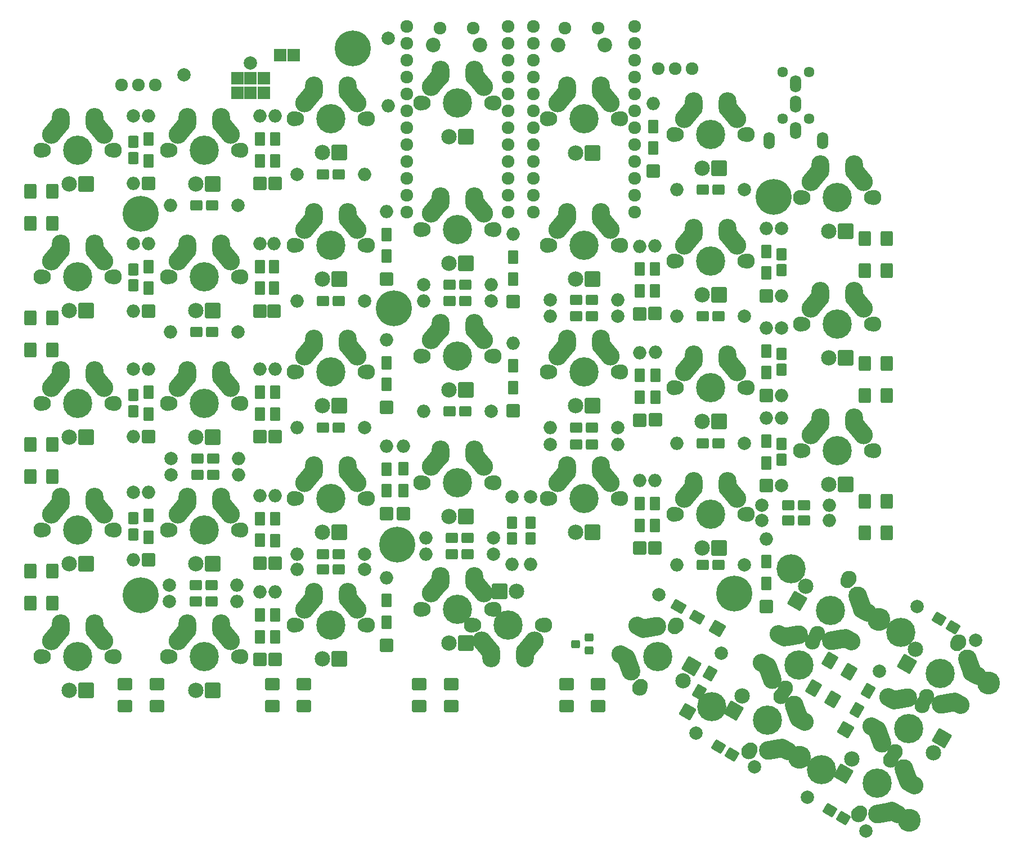
<source format=gbs>
G04 #@! TF.GenerationSoftware,KiCad,Pcbnew,(6.0.0)*
G04 #@! TF.CreationDate,2022-02-07T00:58:47-05:00*
G04 #@! TF.ProjectId,ergodash,6572676f-6461-4736-982e-6b696361645f,2.0*
G04 #@! TF.SameCoordinates,Original*
G04 #@! TF.FileFunction,Soldermask,Bot*
G04 #@! TF.FilePolarity,Negative*
%FSLAX46Y46*%
G04 Gerber Fmt 4.6, Leading zero omitted, Abs format (unit mm)*
G04 Created by KiCad (PCBNEW (6.0.0)) date 2022-02-07 00:58:47*
%MOMM*%
%LPD*%
G01*
G04 APERTURE LIST*
G04 Aperture macros list*
%AMRoundRect*
0 Rectangle with rounded corners*
0 $1 Rounding radius*
0 $2 $3 $4 $5 $6 $7 $8 $9 X,Y pos of 4 corners*
0 Add a 4 corners polygon primitive as box body*
4,1,4,$2,$3,$4,$5,$6,$7,$8,$9,$2,$3,0*
0 Add four circle primitives for the rounded corners*
1,1,$1+$1,$2,$3*
1,1,$1+$1,$4,$5*
1,1,$1+$1,$6,$7*
1,1,$1+$1,$8,$9*
0 Add four rect primitives between the rounded corners*
20,1,$1+$1,$2,$3,$4,$5,0*
20,1,$1+$1,$4,$5,$6,$7,0*
20,1,$1+$1,$6,$7,$8,$9,0*
20,1,$1+$1,$8,$9,$2,$3,0*%
%AMHorizOval*
0 Thick line with rounded ends*
0 $1 width*
0 $2 $3 position (X,Y) of the first rounded end (center of the circle)*
0 $4 $5 position (X,Y) of the second rounded end (center of the circle)*
0 Add line between two ends*
20,1,$1,$2,$3,$4,$5,0*
0 Add two circle primitives to create the rounded ends*
1,1,$1,$2,$3*
1,1,$1,$4,$5*%
G04 Aperture macros list end*
%ADD10C,2.000000*%
%ADD11HorizOval,2.000000X0.000000X0.000000X0.000000X0.000000X0*%
%ADD12O,2.000000X2.000000*%
%ADD13C,1.924000*%
%ADD14C,2.200000*%
%ADD15C,5.400000*%
%ADD16RoundRect,0.200000X-0.762000X-0.762000X0.762000X-0.762000X0.762000X0.762000X-0.762000X0.762000X0*%
%ADD17C,1.610000*%
%ADD18O,1.700000X2.600000*%
%ADD19RoundRect,0.200000X-0.600000X0.700000X-0.600000X-0.700000X0.600000X-0.700000X0.600000X0.700000X0*%
%ADD20RoundRect,0.200000X0.700000X0.600000X-0.700000X0.600000X-0.700000X-0.600000X0.700000X-0.600000X0*%
%ADD21RoundRect,0.200000X-0.700000X-0.600000X0.700000X-0.600000X0.700000X0.600000X-0.700000X0.600000X0*%
%ADD22RoundRect,0.200000X0.600000X-0.700000X0.600000X0.700000X-0.600000X0.700000X-0.600000X-0.700000X0*%
%ADD23RoundRect,0.200000X-0.906218X-0.169615X0.306218X-0.869615X0.906218X0.169615X-0.306218X0.869615X0*%
%ADD24HorizOval,2.000000X0.000000X0.000000X0.000000X0.000000X0*%
%ADD25RoundRect,0.200000X-0.952500X-0.952500X0.952500X-0.952500X0.952500X0.952500X-0.952500X0.952500X0*%
%ADD26C,2.305000*%
%ADD27RoundRect,0.200000X0.348639X-1.301139X1.301139X0.348639X-0.348639X1.301139X-1.301139X-0.348639X0*%
%ADD28RoundRect,0.200000X0.952500X0.952500X-0.952500X0.952500X-0.952500X-0.952500X0.952500X-0.952500X0*%
%ADD29RoundRect,0.200000X0.292820X-1.092820X1.092820X0.292820X-0.292820X1.092820X-1.092820X-0.292820X0*%
%ADD30RoundRect,0.200000X0.119615X-0.992820X0.919615X0.392820X-0.119615X0.992820X-0.919615X-0.392820X0*%
%ADD31HorizOval,2.000000X0.000000X0.000000X0.000000X0.000000X0*%
%ADD32RoundRect,0.200000X-0.450000X-0.400000X0.450000X-0.400000X0.450000X0.400000X-0.450000X0.400000X0*%
%ADD33C,2.300000*%
%ADD34C,4.400000*%
%ADD35C,2.100000*%
%ADD36HorizOval,2.800000X0.578509X0.689440X-0.578509X-0.689440X0*%
%ADD37O,2.700000X3.737000*%
%ADD38HorizOval,2.800000X0.578509X-0.689440X-0.578509X0.689440X0*%
%ADD39HorizOval,2.800000X0.307818X-0.845723X-0.307818X0.845723X0*%
%ADD40HorizOval,2.700000X-0.449034X0.259250X0.449034X-0.259250X0*%
%ADD41HorizOval,2.800000X-0.886327X-0.156283X0.886327X0.156283X0*%
%ADD42HorizOval,2.800000X-0.307818X0.845723X0.307818X-0.845723X0*%
%ADD43HorizOval,2.800000X0.886327X0.156283X-0.886327X-0.156283X0*%
%ADD44HorizOval,2.800000X-0.578509X-0.689440X0.578509X0.689440X0*%
%ADD45HorizOval,2.800000X-0.578509X0.689440X0.578509X-0.689440X0*%
%ADD46RoundRect,0.200000X-0.348639X1.301139X-1.301139X-0.348639X0.348639X-1.301139X1.301139X0.348639X0*%
%ADD47RoundRect,0.200000X0.906218X0.169615X-0.306218X0.869615X-0.906218X-0.169615X0.306218X-0.869615X0*%
%ADD48HorizOval,2.000000X0.000000X0.000000X0.000000X0.000000X0*%
%ADD49RoundRect,0.200000X0.600000X-0.800000X0.600000X0.800000X-0.600000X0.800000X-0.600000X-0.800000X0*%
%ADD50RoundRect,0.200000X0.800000X-0.800000X0.800000X0.800000X-0.800000X0.800000X-0.800000X-0.800000X0*%
%ADD51RoundRect,0.200000X0.992820X0.119615X-0.392820X0.919615X-0.992820X-0.119615X0.392820X-0.919615X0*%
%ADD52RoundRect,0.200000X1.092820X0.292820X-0.292820X1.092820X-1.092820X-0.292820X0.292820X-1.092820X0*%
%ADD53C,3.448000*%
%ADD54C,4.387800*%
%ADD55RoundRect,0.200000X-0.700000X-0.900000X0.700000X-0.900000X0.700000X0.900000X-0.700000X0.900000X0*%
%ADD56RoundRect,0.200000X0.900000X-0.700000X0.900000X0.700000X-0.900000X0.700000X-0.900000X-0.700000X0*%
%ADD57RoundRect,0.200000X1.056218X0.429423X-0.156218X1.129423X-1.056218X-0.429423X0.156218X-1.129423X0*%
%ADD58RoundRect,0.200000X0.700000X0.900000X-0.700000X0.900000X-0.700000X-0.900000X0.700000X-0.900000X0*%
G04 APERTURE END LIST*
D10*
X102997000Y-46609000D03*
D11*
X113002647Y-44844735D03*
D10*
X133731000Y-41148000D03*
D12*
X133731000Y-51308000D03*
D13*
X160314000Y-39624000D03*
X165314000Y-39624000D03*
D14*
X159314000Y-42124000D03*
X166314000Y-42124000D03*
D15*
X134620000Y-81788000D03*
X191770000Y-65024000D03*
X185801000Y-124714000D03*
X96520000Y-67564000D03*
X96520000Y-124968000D03*
D16*
X117491000Y-43688000D03*
X119491000Y-43688000D03*
D17*
X197072000Y-53204000D03*
X193072000Y-53204000D03*
X193072000Y-46204000D03*
X197072000Y-46204000D03*
D18*
X195072000Y-55004000D03*
X195072000Y-48004000D03*
X195072000Y-51004000D03*
X191072000Y-56504000D03*
X199072000Y-56504000D03*
D13*
X93639000Y-48133000D03*
X96139000Y-48133000D03*
X98639000Y-48133000D03*
X174411000Y-45720000D03*
X176911000Y-45720000D03*
X179411000Y-45720000D03*
D15*
X135128000Y-117348000D03*
D10*
X95377000Y-52832000D03*
D19*
X95377000Y-56732000D03*
D12*
X95377000Y-62992000D03*
D19*
X95377000Y-59132000D03*
D10*
X111125000Y-66294000D03*
D20*
X107225000Y-66294000D03*
D12*
X100965000Y-66294000D03*
D20*
X104825000Y-66294000D03*
D10*
X120015000Y-61595000D03*
D21*
X123915000Y-61595000D03*
X126315000Y-61595000D03*
D12*
X130175000Y-61595000D03*
D21*
X142965000Y-78232000D03*
D10*
X139065000Y-78232000D03*
D21*
X145365000Y-78232000D03*
D12*
X149225000Y-78232000D03*
D21*
X162015000Y-80518000D03*
D10*
X158115000Y-80518000D03*
D12*
X168275000Y-80518000D03*
D21*
X164415000Y-80518000D03*
D20*
X183425000Y-63881000D03*
D10*
X187325000Y-63881000D03*
D20*
X181025000Y-63881000D03*
D12*
X177165000Y-63881000D03*
D19*
X192913000Y-73623000D03*
D10*
X192913000Y-69723000D03*
D12*
X192913000Y-79883000D03*
D19*
X192913000Y-76023000D03*
D10*
X95377000Y-72009000D03*
D19*
X95377000Y-75909000D03*
D12*
X95377000Y-82169000D03*
D19*
X95377000Y-78309000D03*
D20*
X107225000Y-85344000D03*
D10*
X111125000Y-85344000D03*
D12*
X100965000Y-85344000D03*
D20*
X104825000Y-85344000D03*
X126275000Y-80645000D03*
D10*
X130175000Y-80645000D03*
D12*
X120015000Y-80645000D03*
D20*
X123875000Y-80645000D03*
X145325000Y-80645000D03*
D10*
X149225000Y-80645000D03*
D12*
X139065000Y-80645000D03*
D20*
X142925000Y-80645000D03*
X164375000Y-82931000D03*
D10*
X168275000Y-82931000D03*
D20*
X161975000Y-82931000D03*
D12*
X158115000Y-82931000D03*
D20*
X183425000Y-82931000D03*
D10*
X187325000Y-82931000D03*
D12*
X177165000Y-82931000D03*
D20*
X181025000Y-82931000D03*
D19*
X192913000Y-88609000D03*
D10*
X192913000Y-84709000D03*
D12*
X192913000Y-94869000D03*
D19*
X192913000Y-91009000D03*
D10*
X95377000Y-90932000D03*
D19*
X95377000Y-94832000D03*
D12*
X95377000Y-101092000D03*
D19*
X95377000Y-97232000D03*
D10*
X101092000Y-104394000D03*
D21*
X104992000Y-104394000D03*
X107392000Y-104394000D03*
D12*
X111252000Y-104394000D03*
D20*
X126275000Y-99695000D03*
D10*
X130175000Y-99695000D03*
D20*
X123875000Y-99695000D03*
D12*
X120015000Y-99695000D03*
D10*
X149225000Y-97282000D03*
D20*
X145325000Y-97282000D03*
D12*
X139065000Y-97282000D03*
D20*
X142925000Y-97282000D03*
D10*
X168275000Y-99695000D03*
D20*
X164375000Y-99695000D03*
X161975000Y-99695000D03*
D12*
X158115000Y-99695000D03*
D20*
X183425000Y-102108000D03*
D10*
X187325000Y-102108000D03*
D12*
X177165000Y-102108000D03*
D20*
X181025000Y-102108000D03*
D10*
X192913000Y-108458000D03*
D22*
X192913000Y-104558000D03*
D12*
X192913000Y-98298000D03*
D22*
X192913000Y-102158000D03*
D21*
X104992000Y-106807000D03*
D10*
X101092000Y-106807000D03*
D21*
X107392000Y-106807000D03*
D12*
X111252000Y-106807000D03*
D19*
X95377000Y-113374000D03*
D10*
X95377000Y-109474000D03*
D19*
X95377000Y-115774000D03*
D12*
X95377000Y-119634000D03*
D20*
X126275000Y-118745000D03*
D10*
X130175000Y-118745000D03*
D20*
X123875000Y-118745000D03*
D12*
X120015000Y-118745000D03*
D10*
X149606000Y-116332000D03*
D20*
X145706000Y-116332000D03*
D12*
X139446000Y-116332000D03*
D20*
X143306000Y-116332000D03*
D10*
X187325000Y-120396000D03*
D20*
X183425000Y-120396000D03*
D12*
X177165000Y-120396000D03*
D20*
X181025000Y-120396000D03*
D10*
X180019212Y-145722000D03*
D23*
X183396711Y-147672000D03*
D24*
X188818030Y-150802000D03*
D23*
X185475172Y-148872000D03*
D21*
X104738000Y-123444000D03*
D10*
X100838000Y-123444000D03*
D12*
X110998000Y-123444000D03*
D21*
X107138000Y-123444000D03*
D10*
X100838000Y-125857000D03*
D21*
X104738000Y-125857000D03*
X107138000Y-125857000D03*
D12*
X110998000Y-125857000D03*
D20*
X126275000Y-121031000D03*
D10*
X130175000Y-121031000D03*
D12*
X120015000Y-121031000D03*
D20*
X123875000Y-121031000D03*
D10*
X149606000Y-118745000D03*
D20*
X145706000Y-118745000D03*
X143306000Y-118745000D03*
D12*
X139446000Y-118745000D03*
D15*
X128397000Y-42672000D03*
D25*
X88265000Y-63055500D03*
D26*
X85725000Y-63055500D03*
D25*
X107315000Y-63055500D03*
D26*
X104775000Y-63055500D03*
D25*
X126365000Y-58293000D03*
D26*
X123825000Y-58293000D03*
D25*
X145415000Y-55911750D03*
D26*
X142875000Y-55911750D03*
D25*
X164465000Y-58420000D03*
D26*
X161925000Y-58420000D03*
D25*
X183515000Y-60674250D03*
D26*
X180975000Y-60674250D03*
D25*
X202565000Y-70199250D03*
D26*
X200025000Y-70199250D03*
D25*
X88265000Y-82105500D03*
D26*
X85725000Y-82105500D03*
D25*
X107315000Y-82105500D03*
D26*
X104775000Y-82105500D03*
D25*
X126365000Y-77343000D03*
D26*
X123825000Y-77343000D03*
D25*
X145415000Y-74961750D03*
D26*
X142875000Y-74961750D03*
D25*
X164465000Y-77343000D03*
D26*
X161925000Y-77343000D03*
D25*
X183515000Y-79724250D03*
D26*
X180975000Y-79724250D03*
D25*
X202565000Y-89249250D03*
D26*
X200025000Y-89249250D03*
D25*
X88265000Y-101155500D03*
D26*
X85725000Y-101155500D03*
D25*
X107315000Y-101155500D03*
D26*
X104775000Y-101155500D03*
D25*
X126365000Y-96393000D03*
D26*
X123825000Y-96393000D03*
D25*
X145415000Y-94011750D03*
D26*
X142875000Y-94011750D03*
D25*
X164465000Y-96393000D03*
D26*
X161925000Y-96393000D03*
D25*
X183515000Y-98774250D03*
D26*
X180975000Y-98774250D03*
D25*
X202565000Y-108299250D03*
D26*
X200025000Y-108299250D03*
D25*
X88265000Y-120205500D03*
D26*
X85725000Y-120205500D03*
D25*
X107315000Y-120205500D03*
D26*
X104775000Y-120205500D03*
D25*
X126365000Y-115443000D03*
D26*
X123825000Y-115443000D03*
D25*
X145415000Y-113061750D03*
D26*
X142875000Y-113061750D03*
D25*
X164465000Y-115443000D03*
D26*
X161925000Y-115443000D03*
D25*
X183515000Y-117824250D03*
D26*
X180975000Y-117824250D03*
D27*
X179326409Y-135615398D03*
D26*
X178056409Y-137815102D03*
D25*
X88265000Y-139255500D03*
D26*
X85725000Y-139255500D03*
D25*
X107315000Y-139255500D03*
D26*
X104775000Y-139255500D03*
D25*
X126365000Y-134493000D03*
D26*
X123825000Y-134493000D03*
D25*
X145415000Y-132111750D03*
D26*
X142875000Y-132111750D03*
D13*
X136525000Y-39370000D03*
X136525000Y-41910000D03*
X136525000Y-44450000D03*
X136525000Y-46990000D03*
X136525000Y-49530000D03*
X136525000Y-52070000D03*
X136525000Y-54610000D03*
X136525000Y-57150000D03*
X136525000Y-59690000D03*
X136525000Y-62230000D03*
X136525000Y-64770000D03*
X136525000Y-67310000D03*
X151765000Y-67310000D03*
X151765000Y-64770000D03*
X151765000Y-62230000D03*
X151765000Y-59690000D03*
X151765000Y-57150000D03*
X151765000Y-54610000D03*
X151765000Y-52070000D03*
X151765000Y-49530000D03*
X151765000Y-46990000D03*
X151765000Y-44450000D03*
X151765000Y-41910000D03*
X151765000Y-39370000D03*
D28*
X150495000Y-124333000D03*
D26*
X153035000Y-124333000D03*
D29*
X202565000Y-145161000D03*
D30*
X204290000Y-142173212D03*
X205920000Y-139349970D03*
D31*
X207645000Y-136362182D03*
D32*
X163957000Y-131323000D03*
X163957000Y-133223000D03*
X161957000Y-132273000D03*
D33*
X111545000Y-57975500D03*
D34*
X106045000Y-57975500D03*
D35*
X111125000Y-57975500D03*
X100965000Y-57975500D03*
D33*
X100545000Y-57975500D03*
D36*
X102684951Y-54899269D03*
D37*
X103525000Y-53475500D03*
D38*
X109405049Y-54899269D03*
D37*
X108565000Y-53475500D03*
D33*
X111545000Y-77025500D03*
X100545000Y-77025500D03*
D35*
X100965000Y-77025500D03*
D34*
X106045000Y-77025500D03*
D35*
X111125000Y-77025500D03*
D36*
X102684951Y-73949269D03*
D37*
X103525000Y-72525500D03*
D38*
X109405049Y-73949269D03*
D37*
X108565000Y-72525500D03*
D33*
X111545000Y-96075500D03*
X100545000Y-96075500D03*
D34*
X106045000Y-96075500D03*
D35*
X111125000Y-96075500D03*
X100965000Y-96075500D03*
D36*
X102684951Y-92999269D03*
D37*
X103525000Y-91575500D03*
D38*
X109405049Y-92999269D03*
D37*
X108565000Y-91575500D03*
D35*
X111125000Y-115125500D03*
D33*
X111545000Y-115125500D03*
X100545000Y-115125500D03*
D34*
X106045000Y-115125500D03*
D35*
X100965000Y-115125500D03*
D37*
X103525000Y-110625500D03*
D36*
X102684951Y-112049269D03*
D38*
X109405049Y-112049269D03*
D37*
X108565000Y-110625500D03*
D33*
X119595000Y-110363000D03*
D34*
X125095000Y-110363000D03*
D35*
X130175000Y-110363000D03*
X120015000Y-110363000D03*
D33*
X130595000Y-110363000D03*
D36*
X121734951Y-107286769D03*
D37*
X122575000Y-105863000D03*
X127615000Y-105863000D03*
D38*
X128455049Y-107286769D03*
D33*
X149645000Y-50831750D03*
X138645000Y-50831750D03*
D35*
X139065000Y-50831750D03*
X149225000Y-50831750D03*
D34*
X144145000Y-50831750D03*
D37*
X141625000Y-46331750D03*
D36*
X140784951Y-47755519D03*
D37*
X146665000Y-46331750D03*
D38*
X147505049Y-47755519D03*
D34*
X144145000Y-69881750D03*
D35*
X139065000Y-69881750D03*
X149225000Y-69881750D03*
D33*
X149645000Y-69881750D03*
X138645000Y-69881750D03*
D36*
X140784951Y-66805519D03*
D37*
X141625000Y-65381750D03*
X146665000Y-65381750D03*
D38*
X147505049Y-66805519D03*
D35*
X149225000Y-88931750D03*
D34*
X144145000Y-88931750D03*
D33*
X138645000Y-88931750D03*
X149645000Y-88931750D03*
D35*
X139065000Y-88931750D03*
D36*
X140784951Y-85855519D03*
D37*
X141625000Y-84431750D03*
X146665000Y-84431750D03*
D38*
X147505049Y-85855519D03*
D34*
X144145000Y-107981750D03*
D33*
X149645000Y-107981750D03*
D35*
X139065000Y-107981750D03*
X149225000Y-107981750D03*
D33*
X138645000Y-107981750D03*
D36*
X140784951Y-104905519D03*
D37*
X141625000Y-103481750D03*
X146665000Y-103481750D03*
D38*
X147505049Y-104905519D03*
D35*
X168275000Y-53213000D03*
D33*
X168695000Y-53213000D03*
D34*
X163195000Y-53213000D03*
D35*
X158115000Y-53213000D03*
D33*
X157695000Y-53213000D03*
D36*
X159834951Y-50136769D03*
D37*
X160675000Y-48713000D03*
D38*
X166555049Y-50136769D03*
D37*
X165715000Y-48713000D03*
D34*
X163195000Y-72263000D03*
D35*
X158115000Y-72263000D03*
D33*
X168695000Y-72263000D03*
X157695000Y-72263000D03*
D35*
X168275000Y-72263000D03*
D37*
X160675000Y-67763000D03*
D36*
X159834951Y-69186769D03*
D37*
X165715000Y-67763000D03*
D38*
X166555049Y-69186769D03*
D35*
X168275000Y-91313000D03*
D34*
X163195000Y-91313000D03*
D33*
X168695000Y-91313000D03*
D35*
X158115000Y-91313000D03*
D33*
X157695000Y-91313000D03*
D36*
X159834951Y-88236769D03*
D37*
X160675000Y-86813000D03*
D38*
X166555049Y-88236769D03*
D37*
X165715000Y-86813000D03*
D34*
X163195000Y-110363000D03*
D33*
X168695000Y-110363000D03*
D35*
X158115000Y-110363000D03*
D33*
X157695000Y-110363000D03*
D35*
X168275000Y-110363000D03*
D36*
X159834951Y-107286769D03*
D37*
X160675000Y-105863000D03*
D38*
X166555049Y-107286769D03*
D37*
X165715000Y-105863000D03*
D35*
X187325000Y-55594250D03*
D34*
X182245000Y-55594250D03*
D35*
X177165000Y-55594250D03*
D33*
X187745000Y-55594250D03*
X176745000Y-55594250D03*
D37*
X179725000Y-51094250D03*
D36*
X178884951Y-52518019D03*
D38*
X185605049Y-52518019D03*
D37*
X184765000Y-51094250D03*
D35*
X206375000Y-65119250D03*
D33*
X206795000Y-65119250D03*
X195795000Y-65119250D03*
D34*
X201295000Y-65119250D03*
D35*
X196215000Y-65119250D03*
D36*
X197934951Y-62043019D03*
D37*
X198775000Y-60619250D03*
D38*
X204655049Y-62043019D03*
D37*
X203815000Y-60619250D03*
D35*
X206375000Y-84169250D03*
D33*
X206795000Y-84169250D03*
X195795000Y-84169250D03*
D35*
X196215000Y-84169250D03*
D34*
X201295000Y-84169250D03*
D36*
X197934951Y-81093019D03*
D37*
X198775000Y-79669250D03*
X203815000Y-79669250D03*
D38*
X204655049Y-81093019D03*
D33*
X195795000Y-103219250D03*
D35*
X206375000Y-103219250D03*
D34*
X201295000Y-103219250D03*
D33*
X206795000Y-103219250D03*
D35*
X196215000Y-103219250D03*
D37*
X198775000Y-98719250D03*
D36*
X197934951Y-100143019D03*
D38*
X204655049Y-100143019D03*
D37*
X203815000Y-98719250D03*
D35*
X202855000Y-122802891D03*
D33*
X203065000Y-122439160D03*
X197565000Y-131965440D03*
D34*
X200315000Y-127202300D03*
D35*
X197775000Y-131601709D03*
D39*
X204659119Y-125830528D03*
D40*
X205472114Y-127269916D03*
D41*
X201299070Y-131650303D03*
D40*
X202952114Y-131634684D03*
D35*
X100965000Y-134175500D03*
D33*
X100545000Y-134175500D03*
D34*
X106045000Y-134175500D03*
D33*
X111545000Y-134175500D03*
D35*
X111125000Y-134175500D03*
D37*
X103525000Y-129675500D03*
D36*
X102684951Y-131099269D03*
D37*
X108565000Y-129675500D03*
D38*
X109405049Y-131099269D03*
D35*
X176832000Y-129775841D03*
X171752000Y-138574659D03*
D33*
X171542000Y-138938390D03*
X177042000Y-129412110D03*
D34*
X174292000Y-134175250D03*
D42*
X169947881Y-135547022D03*
D40*
X169134886Y-134107634D03*
D43*
X173307930Y-129727247D03*
D40*
X171654886Y-129742866D03*
D33*
X188040000Y-148463440D03*
D35*
X193330000Y-139300891D03*
X188250000Y-148099709D03*
D34*
X190790000Y-143700300D03*
D33*
X193540000Y-138937160D03*
D40*
X195947114Y-143767916D03*
D39*
X195134119Y-142328528D03*
D41*
X191774070Y-148148303D03*
D40*
X193427114Y-148132684D03*
D33*
X198302500Y-130688110D03*
D35*
X198092500Y-131051841D03*
D33*
X192802500Y-140214390D03*
D35*
X193012500Y-139850659D03*
D34*
X195552500Y-135451250D03*
D42*
X191208381Y-136823022D03*
D40*
X190395386Y-135383634D03*
D43*
X194568430Y-131003247D03*
D40*
X192915386Y-131018866D03*
D33*
X146265000Y-129413000D03*
D35*
X156845000Y-129413000D03*
D33*
X157265000Y-129413000D03*
D35*
X146685000Y-129413000D03*
D34*
X151765000Y-129413000D03*
D37*
X154285000Y-133913000D03*
D44*
X155125049Y-132489231D03*
D45*
X148404951Y-132489231D03*
D37*
X149245000Y-133913000D03*
D35*
X214273000Y-141126759D03*
D33*
X214063000Y-141490490D03*
D35*
X219353000Y-132327941D03*
D34*
X216813000Y-136727350D03*
D33*
X219563000Y-131964210D03*
D40*
X221970114Y-136794966D03*
D39*
X221157119Y-135355578D03*
D40*
X219450114Y-141159734D03*
D41*
X217797070Y-141175353D03*
D33*
X209300500Y-149739440D03*
D35*
X209510500Y-149375709D03*
X214590500Y-140576891D03*
D33*
X214800500Y-140213160D03*
D34*
X212050500Y-144976300D03*
D42*
X207706381Y-146348072D03*
D40*
X206893386Y-144908684D03*
X209413386Y-140543916D03*
D43*
X211066430Y-140528297D03*
D34*
X207288000Y-153225350D03*
D33*
X210038000Y-148462210D03*
D35*
X204748000Y-157624759D03*
D33*
X204538000Y-157988490D03*
D35*
X209828000Y-148825941D03*
D39*
X211632119Y-151853578D03*
D40*
X212445114Y-153292966D03*
X209925114Y-157657734D03*
D41*
X208272070Y-157673353D03*
D46*
X195280591Y-125762152D03*
D26*
X196550591Y-123562448D03*
D46*
X211778591Y-135287202D03*
D26*
X213048591Y-133087498D03*
D46*
X185755591Y-142260152D03*
D26*
X187025591Y-140060448D03*
D46*
X202253591Y-151785202D03*
D26*
X203523591Y-149585498D03*
D10*
X189992000Y-111379000D03*
D21*
X193892000Y-111379000D03*
D12*
X200152000Y-111379000D03*
D21*
X196292000Y-111379000D03*
D10*
X189992000Y-113665000D03*
D21*
X193892000Y-113665000D03*
D12*
X200152000Y-113665000D03*
D21*
X196292000Y-113665000D03*
D47*
X202235501Y-158451000D03*
D10*
X205613000Y-160401000D03*
D48*
X196814182Y-155321000D03*
D47*
X200157040Y-157251000D03*
D27*
X217084909Y-146416448D03*
D26*
X215814909Y-148616152D03*
D49*
X97663000Y-59542000D03*
D50*
X97663000Y-62992000D03*
D12*
X97663000Y-52832000D03*
D49*
X97663000Y-56282000D03*
X97663000Y-78719000D03*
D50*
X97663000Y-82169000D03*
D12*
X97663000Y-72009000D03*
D49*
X97663000Y-75459000D03*
D50*
X97663000Y-101092000D03*
D49*
X97663000Y-97642000D03*
D12*
X97663000Y-90932000D03*
D49*
X97663000Y-94382000D03*
X114427000Y-116671000D03*
D50*
X114427000Y-120121000D03*
D49*
X114427000Y-113411000D03*
D12*
X114427000Y-109961000D03*
D49*
X114427000Y-59542000D03*
D50*
X114427000Y-62992000D03*
D49*
X114427000Y-56282000D03*
D12*
X114427000Y-52832000D03*
D50*
X114427000Y-82169000D03*
D49*
X114427000Y-78719000D03*
X114427000Y-75459000D03*
D12*
X114427000Y-72009000D03*
D50*
X114427000Y-101092000D03*
D49*
X114427000Y-97642000D03*
X114427000Y-94382000D03*
D12*
X114427000Y-90932000D03*
D49*
X116713000Y-116692000D03*
D50*
X116713000Y-120142000D03*
D49*
X116713000Y-113432000D03*
D12*
X116713000Y-109982000D03*
D49*
X116713000Y-59542000D03*
D50*
X116713000Y-62992000D03*
D12*
X116713000Y-52832000D03*
D49*
X116713000Y-56282000D03*
D50*
X116586000Y-82169000D03*
D49*
X116586000Y-78719000D03*
D12*
X116586000Y-72009000D03*
D49*
X116586000Y-75459000D03*
D50*
X116713000Y-101092000D03*
D49*
X116713000Y-97642000D03*
X116713000Y-94382000D03*
D12*
X116713000Y-90932000D03*
D49*
X133477000Y-109199000D03*
D50*
X133477000Y-112649000D03*
D49*
X133477000Y-105939000D03*
D12*
X133477000Y-102489000D03*
D49*
X133477000Y-73893000D03*
D50*
X133477000Y-77343000D03*
D49*
X133477000Y-70633000D03*
D12*
X133477000Y-67183000D03*
D50*
X152527000Y-80772000D03*
D49*
X152527000Y-77322000D03*
X152527000Y-74062000D03*
D12*
X152527000Y-70612000D03*
D50*
X136017000Y-112628000D03*
D49*
X136017000Y-109178000D03*
X136017000Y-105918000D03*
D12*
X136017000Y-102468000D03*
D49*
X173609000Y-57637000D03*
D50*
X173609000Y-61087000D03*
D12*
X173609000Y-50927000D03*
D49*
X173609000Y-54377000D03*
X152527000Y-93684000D03*
D50*
X152527000Y-97134000D03*
D49*
X152527000Y-90424000D03*
D12*
X152527000Y-86974000D03*
D49*
X171577000Y-114406000D03*
D50*
X171577000Y-117856000D03*
D12*
X171577000Y-107696000D03*
D49*
X171577000Y-111146000D03*
X173863000Y-79100000D03*
D50*
X173863000Y-82550000D03*
D49*
X173863000Y-75840000D03*
D12*
X173863000Y-72390000D03*
D49*
X171577000Y-79121000D03*
D50*
X171577000Y-82571000D03*
D49*
X171577000Y-75861000D03*
D12*
X171577000Y-72411000D03*
D49*
X173990000Y-95102000D03*
D50*
X173990000Y-98552000D03*
D12*
X173990000Y-88392000D03*
D49*
X173990000Y-91842000D03*
X173863000Y-114406000D03*
D50*
X173863000Y-117856000D03*
D12*
X173863000Y-107696000D03*
D49*
X173863000Y-111146000D03*
D50*
X190627000Y-79883000D03*
D49*
X190627000Y-76433000D03*
D12*
X190627000Y-69723000D03*
D49*
X190627000Y-73173000D03*
D50*
X190627000Y-94869000D03*
D49*
X190627000Y-91419000D03*
D12*
X190627000Y-84709000D03*
D49*
X190627000Y-88159000D03*
D50*
X190627000Y-108458000D03*
D49*
X190627000Y-105008000D03*
D12*
X190627000Y-98298000D03*
D49*
X190627000Y-101748000D03*
X190627000Y-123148000D03*
D50*
X190627000Y-126598000D03*
D12*
X190627000Y-116438000D03*
D49*
X190627000Y-119888000D03*
D50*
X97663000Y-119634000D03*
D49*
X97663000Y-116184000D03*
X97663000Y-112924000D03*
D12*
X97663000Y-109474000D03*
D50*
X114427000Y-134620000D03*
D49*
X114427000Y-131170000D03*
D12*
X114427000Y-124460000D03*
D49*
X114427000Y-127910000D03*
X116713000Y-131170000D03*
D50*
X116713000Y-134620000D03*
D49*
X116713000Y-127910000D03*
D12*
X116713000Y-124460000D03*
D51*
X180242242Y-128249000D03*
D52*
X183230030Y-129974000D03*
D51*
X177419000Y-126619000D03*
D48*
X174431212Y-124894000D03*
D29*
X178816000Y-142494000D03*
D30*
X180541000Y-139506212D03*
D31*
X183896000Y-133695182D03*
D30*
X182171000Y-136682970D03*
D10*
X158115000Y-102235000D03*
D21*
X162015000Y-102235000D03*
X164415000Y-102235000D03*
D12*
X168275000Y-102235000D03*
D19*
X152400000Y-113988000D03*
D10*
X152400000Y-110088000D03*
D19*
X152400000Y-116388000D03*
D12*
X152400000Y-120248000D03*
D16*
X111030000Y-47159000D03*
X113030000Y-47159000D03*
X115030000Y-47159000D03*
X111030000Y-49318000D03*
X113030000Y-49318000D03*
X115030000Y-49318000D03*
D53*
X195632687Y-149282361D03*
D54*
X182434460Y-141662361D03*
D53*
X207570687Y-128605139D03*
D54*
X194372460Y-120985139D03*
X198932460Y-151187411D03*
D53*
X212130687Y-158807411D03*
X224068687Y-138130189D03*
D54*
X210870460Y-130510189D03*
D49*
X133477000Y-128990000D03*
D50*
X133477000Y-132440000D03*
D49*
X133477000Y-125730000D03*
D12*
X133477000Y-122280000D03*
D47*
X218740461Y-129724000D03*
D10*
X222117960Y-131674000D03*
D48*
X213319142Y-126594000D03*
D47*
X216662000Y-128524000D03*
D49*
X133477000Y-93218000D03*
D50*
X133477000Y-96668000D03*
D49*
X133477000Y-89958000D03*
D12*
X133477000Y-86508000D03*
D49*
X171577000Y-95123000D03*
D50*
X171577000Y-98573000D03*
D49*
X171577000Y-91863000D03*
D12*
X171577000Y-88413000D03*
D10*
X155194000Y-110109000D03*
D19*
X155194000Y-114009000D03*
X155194000Y-116409000D03*
D12*
X155194000Y-120269000D03*
D13*
X146518000Y-39624000D03*
X141518000Y-39624000D03*
D14*
X147518000Y-42124000D03*
X140518000Y-42124000D03*
D13*
X170815000Y-39370000D03*
X170815000Y-41910000D03*
X170815000Y-44450000D03*
X170815000Y-46990000D03*
X170815000Y-49530000D03*
X170815000Y-52070000D03*
X170815000Y-54610000D03*
X170815000Y-57150000D03*
X170815000Y-59690000D03*
X170815000Y-62230000D03*
X170815000Y-64770000D03*
X170815000Y-67310000D03*
X155575000Y-67310000D03*
X155575000Y-64770000D03*
X155575000Y-62230000D03*
X155575000Y-59690000D03*
X155575000Y-57150000D03*
X155575000Y-54610000D03*
X155575000Y-52070000D03*
X155575000Y-49530000D03*
X155575000Y-46990000D03*
X155575000Y-44450000D03*
X155575000Y-41910000D03*
X155575000Y-39370000D03*
D33*
X92495000Y-57975500D03*
D35*
X81915000Y-57975500D03*
D33*
X81495000Y-57975500D03*
D35*
X92075000Y-57975500D03*
D34*
X86995000Y-57975500D03*
D37*
X89515000Y-53475500D03*
D45*
X90355049Y-54899269D03*
D44*
X83634951Y-54899269D03*
D37*
X84475000Y-53475500D03*
D34*
X86995000Y-77025500D03*
D33*
X92495000Y-77025500D03*
D35*
X81915000Y-77025500D03*
D33*
X81495000Y-77025500D03*
D35*
X92075000Y-77025500D03*
D37*
X89515000Y-72525500D03*
D45*
X90355049Y-73949269D03*
D37*
X84475000Y-72525500D03*
D44*
X83634951Y-73949269D03*
D35*
X81915000Y-96075500D03*
D33*
X92495000Y-96075500D03*
X81495000Y-96075500D03*
D34*
X86995000Y-96075500D03*
D35*
X92075000Y-96075500D03*
D45*
X90355049Y-92999269D03*
D37*
X89515000Y-91575500D03*
X84475000Y-91575500D03*
D44*
X83634951Y-92999269D03*
D35*
X81915000Y-115125500D03*
X92075000Y-115125500D03*
D33*
X92495000Y-115125500D03*
D34*
X86995000Y-115125500D03*
D33*
X81495000Y-115125500D03*
D37*
X89515000Y-110625500D03*
D45*
X90355049Y-112049269D03*
D44*
X83634951Y-112049269D03*
D37*
X84475000Y-110625500D03*
D33*
X130595000Y-53213000D03*
X119595000Y-53213000D03*
D35*
X120015000Y-53213000D03*
D34*
X125095000Y-53213000D03*
D35*
X130175000Y-53213000D03*
D37*
X127615000Y-48713000D03*
D45*
X128455049Y-50136769D03*
D44*
X121734951Y-50136769D03*
D37*
X122575000Y-48713000D03*
D33*
X130595000Y-72263000D03*
D35*
X130175000Y-72263000D03*
X120015000Y-72263000D03*
D34*
X125095000Y-72263000D03*
D33*
X119595000Y-72263000D03*
D37*
X127615000Y-67763000D03*
D45*
X128455049Y-69186769D03*
D37*
X122575000Y-67763000D03*
D44*
X121734951Y-69186769D03*
D34*
X125095000Y-91313000D03*
D35*
X120015000Y-91313000D03*
D33*
X119595000Y-91313000D03*
D35*
X130175000Y-91313000D03*
D33*
X130595000Y-91313000D03*
D45*
X128455049Y-88236769D03*
D37*
X127615000Y-86813000D03*
D44*
X121734951Y-88236769D03*
D37*
X122575000Y-86813000D03*
D35*
X187325000Y-74644250D03*
X177165000Y-74644250D03*
D33*
X187745000Y-74644250D03*
D34*
X182245000Y-74644250D03*
D33*
X176745000Y-74644250D03*
D37*
X184765000Y-70144250D03*
D45*
X185605049Y-71568019D03*
D37*
X179725000Y-70144250D03*
D44*
X178884951Y-71568019D03*
D34*
X182245000Y-93694250D03*
D33*
X176745000Y-93694250D03*
D35*
X187325000Y-93694250D03*
D33*
X187745000Y-93694250D03*
D35*
X177165000Y-93694250D03*
D45*
X185605049Y-90618019D03*
D37*
X184765000Y-89194250D03*
X179725000Y-89194250D03*
D44*
X178884951Y-90618019D03*
D33*
X187745000Y-112744250D03*
X176745000Y-112744250D03*
D35*
X187325000Y-112744250D03*
D34*
X182245000Y-112744250D03*
D35*
X177165000Y-112744250D03*
D45*
X185605049Y-109668019D03*
D37*
X184765000Y-108244250D03*
X179725000Y-108244250D03*
D44*
X178884951Y-109668019D03*
D35*
X81915000Y-134175500D03*
D33*
X92495000Y-134175500D03*
D35*
X92075000Y-134175500D03*
D34*
X86995000Y-134175500D03*
D33*
X81495000Y-134175500D03*
D37*
X89515000Y-129675500D03*
D45*
X90355049Y-131099269D03*
D37*
X84475000Y-129675500D03*
D44*
X83634951Y-131099269D03*
D34*
X125095000Y-129413000D03*
D33*
X119595000Y-129413000D03*
D35*
X130175000Y-129413000D03*
X120015000Y-129413000D03*
D33*
X130595000Y-129413000D03*
D45*
X128455049Y-126336769D03*
D37*
X127615000Y-124913000D03*
X122575000Y-124913000D03*
D44*
X121734951Y-126336769D03*
D33*
X138645000Y-127031750D03*
X149645000Y-127031750D03*
D35*
X139065000Y-127031750D03*
X149225000Y-127031750D03*
D34*
X144145000Y-127031750D03*
D37*
X146665000Y-122531750D03*
D45*
X147505049Y-123955519D03*
D37*
X141625000Y-122531750D03*
D44*
X140784951Y-123955519D03*
D55*
X83184000Y-68948000D03*
X79884000Y-68948000D03*
X79884000Y-64148000D03*
X83184000Y-64148000D03*
X83184000Y-87998000D03*
X79884000Y-87998000D03*
X79884000Y-83198000D03*
X83184000Y-83198000D03*
X83184000Y-107048000D03*
X79884000Y-107048000D03*
X79884000Y-102248000D03*
X83184000Y-102248000D03*
X83184000Y-126098000D03*
X79884000Y-126098000D03*
X79884000Y-121298000D03*
X83184000Y-121298000D03*
D56*
X98920000Y-138304000D03*
X98920000Y-141604000D03*
X94120000Y-141604000D03*
X94120000Y-138304000D03*
X121060333Y-138304000D03*
X121060333Y-141604000D03*
X116260333Y-141604000D03*
X116260333Y-138304000D03*
X143200667Y-138304000D03*
X143200667Y-141604000D03*
X138400667Y-141604000D03*
X138400667Y-138304000D03*
X165341000Y-138304000D03*
X165341000Y-141604000D03*
X160541000Y-141604000D03*
X160541000Y-138304000D03*
D57*
X200177058Y-134764539D03*
X203034942Y-136414539D03*
X200634942Y-140571461D03*
X197777058Y-138921461D03*
D58*
X205487000Y-110757000D03*
X208787000Y-110757000D03*
X208787000Y-115557000D03*
X205487000Y-115557000D03*
X205487000Y-90056000D03*
X208787000Y-90056000D03*
X208787000Y-94856000D03*
X205487000Y-94856000D03*
X205487000Y-71260000D03*
X208787000Y-71260000D03*
X208787000Y-76060000D03*
X205487000Y-76060000D03*
M02*

</source>
